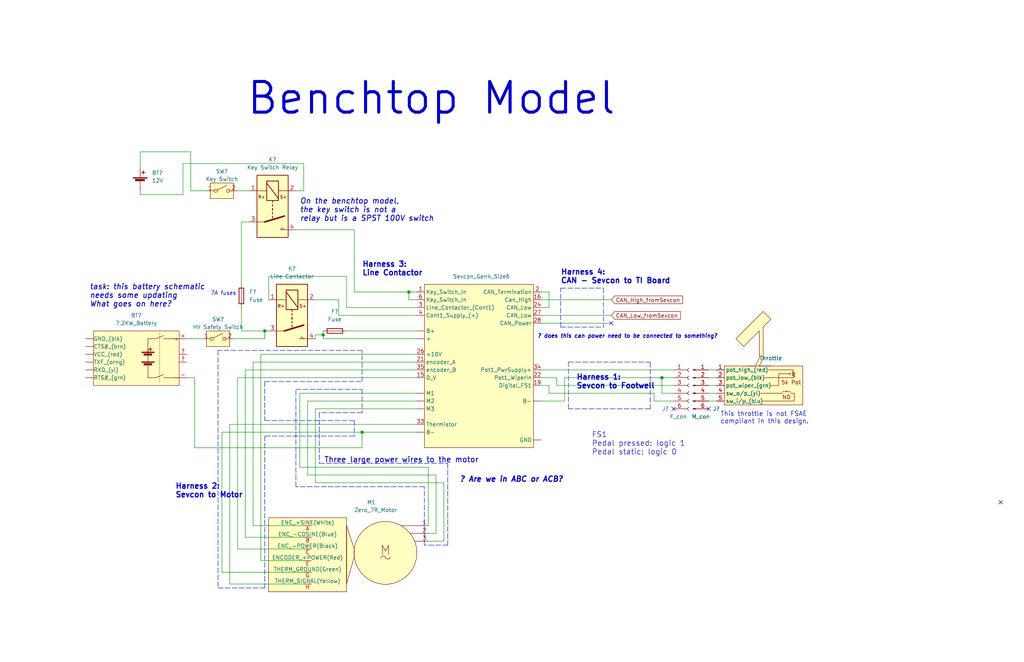
<source format=kicad_sch>
(kicad_sch (version 20211123) (generator eeschema)
  (paper "User" 334.01 216.002)
  (title_block (title "Tractive System") (date "2023-03-03"))
  (lib_symbols
    (symbol "CamachosSymbols:7.2KW_Battery" (pin_names (offset 0.002))
      (property "Reference" "BT?" (at -7.62 12.7 0))
      (property "Value" "7.2KW_Battery" (at -7.62 10.16 0))
      (symbol "7.2KW_Battery_0_1"
        (rectangle (start -22.86 7.62) (end 5.08 -10.16) (fill (type background)))
        (rectangle (start -7.112 -2.413) (end -3.048 -2.667) (fill (type outline)))
        (rectangle (start -7.112 0.762) (end -3.048 0.508) (fill (type outline)))
        (rectangle (start -6.4008 -2.9972) (end -3.81 -3.5052) (fill (type outline)))
        (rectangle (start -6.4008 0.1778) (end -3.81 -0.3302) (fill (type outline)))
        (rectangle (start -5.08 0) (end -5.08 5.08))
        (rectangle (start -5.08 5.08) (end -2.54 5.08))
        (rectangle (start 0 -7.62) (end 5.08 -7.62))
        (polyline (pts (xy -5.08 -2.54) (xy -5.08 -0.254)))
        (polyline (pts (xy -5.08 0.762) (xy -5.08 1.524)))
        (polyline (pts (xy -4.826 1.651) (xy -3.81 1.651)) (stroke (width 0.254)))
        (polyline (pts (xy -4.318 2.159) (xy -4.318 1.143)) (stroke (width 0.254)))
        (polyline (pts (xy -2.54 -7.62) (xy 0 -6.604)))
        (polyline (pts (xy -2.54 5.08) (xy 0 6.096)))
        (polyline (pts (xy -1.27 -8.636) (xy -1.27 -8.89)))
        (polyline (pts (xy -1.27 -7.874) (xy -1.27 -8.128)))
        (polyline (pts (xy -1.27 -7.112) (xy -1.27 -7.366)))
        (polyline (pts (xy -1.27 -6.35) (xy -1.27 -6.604)))
        (polyline (pts (xy -1.27 -5.588) (xy -1.27 -5.842)))
        (polyline (pts (xy -1.27 -4.826) (xy -1.27 -5.08)))
        (polyline (pts (xy -1.27 -4.064) (xy -1.27 -4.318)))
        (polyline (pts (xy -1.27 -3.302) (xy -1.27 -3.556)))
        (polyline (pts (xy -1.27 -2.54) (xy -1.27 -2.794)))
        (polyline (pts (xy -1.27 -1.778) (xy -1.27 -2.032)))
        (polyline (pts (xy -1.27 -1.016) (xy -1.27 -1.27)))
        (polyline (pts (xy -1.27 -0.254) (xy -1.27 -0.508)))
        (polyline (pts (xy -1.27 0.508) (xy -1.27 0.254)))
        (polyline (pts (xy -1.27 1.27) (xy -1.27 1.016)))
        (polyline (pts (xy -1.27 2.032) (xy -1.27 1.778)))
        (polyline (pts (xy -1.27 2.794) (xy -1.27 2.54)))
        (polyline (pts (xy -1.27 3.556) (xy -1.27 3.302)))
        (polyline (pts (xy -1.27 4.318) (xy -1.27 4.064)))
        (polyline (pts (xy -1.27 5.08) (xy -1.27 4.826)))
        (polyline (pts (xy -1.27 5.842) (xy -1.27 5.588)))
        (polyline (pts (xy -1.27 6.604) (xy -1.27 6.35)))
        (polyline (pts (xy -5.08 -3.556) (xy -5.08 -7.62) (xy -2.54 -7.62)))
        (rectangle (start 0 5.08) (end 5.08 5.08))
      )
      (symbol "7.2KW_Battery_1_1"
        (pin passive line (at -25.4 2.54 0) (length 2.54) (name "CTS#_(brn)") (number ""))
        (pin passive line (at -25.4 5.08 0) (length 2.54) (name "GND_(blk)") (number ""))
        (pin passive line (at -25.4 -7.62 0) (length 2.54) (name "RTS#_(grn)") (number ""))
        (pin passive line (at -25.4 -5.08 0) (length 2.54) (name "RXD_(yl)") (number ""))
        (pin passive line (at -25.4 -2.54 0) (length 2.54) (name "TXF_(orng)") (number ""))
        (pin passive line (at -25.4 0 0) (length 2.54) (name "VCC_(red)") (number ""))
        (pin passive line (at 7.62 5.08 180) (length 2.54) (name "+") (number "+"))
        (pin passive line (at 7.62 -7.62 180) (length 2.54) (name "-") (number "-"))
        (pin passive line (at 7.62 -2.54 180) (length 2.54) (name "") (number "?"))
        (pin passive line (at 7.62 0 180) (length 2.54) (name "") (number "?"))
      )
    )
    (symbol "CamachosSymbols:SW_SPST" (pin_names (offset 0) hide)
      (property "Reference" "SW" (at 0 3.175 0))
      (property "Value" "SW_SPST" (at 0 -2.54 0))
      (symbol "SW_SPST_0_0"
        (circle (center -2.032 0) (radius 0.508))
        (polyline (pts (xy -1.524 0.254) (xy 1.524 1.778)))
        (circle (center 2.032 0) (radius 0.508))
      )
      (symbol "SW_SPST_0_1"
        (rectangle (start -3.81 2.54) (end 3.81 -2.54) (fill (type background)))
      )
      (symbol "SW_SPST_1_1"
        (pin passive line (at -5.08 0 0) (length 2.54) (name "A") (number "1"))
        (pin passive line (at 5.08 0 180) (length 2.54) (name "B") (number "2"))
      )
    )
    (symbol "CamachosSymbols:Sevcon_Gen4_Size6"
      (property "Value" "Sevcon_Gen4_Size6" (at 10.16 17.78 0))
      (symbol "Sevcon_Gen4_Size6_0_1"
        (rectangle (start -17.78 15.24) (end 17.78 -38.1) (fill (type background)))
      )
      (symbol "Sevcon_Gen4_Size6_1_1"
        (pin passive line (at -20.32 -2.54 0) (length 2.54) (name "+") (number ""))
        (pin passive line (at -20.32 0 0) (length 2.54) (name "B+") (number ""))
        (pin passive line (at -20.32 -33.02 0) (length 2.54) (name "B-") (number ""))
        (pin passive line (at 20.32 -22.86 180) (length 2.54) (name "B-") (number ""))
        (pin passive line (at 20.32 -35.56 180) (length 2.54) (name "GND") (number ""))
        (pin passive line (at -20.32 -20.32 0) (length 2.54) (name "M1") (number ""))
        (pin passive line (at -20.32 -22.86 0) (length 2.54) (name "M2") (number ""))
        (pin passive line (at -20.32 -25.4 0) (length 2.54) (name "M3") (number ""))
        (pin passive line (at -20.32 12.7 0) (length 2.54) (name "Key_Switch_In") (number "1"))
        (pin passive line (at -20.32 -15.24 0) (length 2.54) (name "0_V") (number "15"))
        (pin passive line (at 20.32 10.16 180) (length 2.54) (name "Can_High") (number "16"))
        (pin passive line (at 20.32 -17.78 180) (length 2.54) (name "Digital_FS1") (number "19"))
        (pin passive line (at 20.32 12.7 180) (length 2.54) (name "CAN_Termination") (number "2"))
        (pin passive line (at -20.32 -10.16 0) (length 2.54) (name "encoder_A") (number "21"))
        (pin passive line (at 20.32 -15.24 180) (length 2.54) (name "Pot1_WiperIn") (number "22"))
        (pin passive line (at 20.32 7.62 180) (length 2.54) (name "CAN_Low") (number "24"))
        (pin passive line (at -20.32 -7.62 0) (length 2.54) (name "+10V") (number "26"))
        (pin passive line (at 20.32 5.08 180) (length 2.54) (name "CAN_Low") (number "27"))
        (pin passive line (at 20.32 2.54 180) (length 2.54) (name "CAN_Power") (number "28"))
        (pin passive line (at -20.32 7.62 0) (length 2.54) (name "Line_Contactor_(Cont1)") (number "3"))
        (pin passive line (at -20.32 -30.48 0) (length 2.54) (name "Thermistor") (number "33"))
        (pin passive line (at 20.32 -12.7 180) (length 2.54) (name "Pot1_PwrSupply+") (number "34"))
        (pin passive line (at -20.32 -12.7 0) (length 2.54) (name "encoder_B") (number "35"))
        (pin passive line (at -20.32 5.08 0) (length 2.54) (name "Cont1_Supply_(+)") (number "4"))
        (pin passive line (at -20.32 10.16 0) (length 2.54) (name "Key_Switch_In") (number "6"))
      )
    )
    (symbol "CamachosSymbols:Throttle"
      (property "Value" "Throttle" (at 12.7 11.43 0))
      (symbol "Throttle_0_0"
        (text "5k Pot" (at 14.224 -2.794 0) (effects (font (size 1.27 1.27))))
        (text "NO" (at 12.7 -7.62 0) (effects (font (size 1.27 1.27))))
      )
      (symbol "Throttle_0_1"
        (rectangle (start -7.62 2.54) (end 18.034 -10.16) (fill (type background)))
        (polyline (pts (xy 4.318 -6.35) (xy 11.43 -6.35)))
        (polyline (pts (xy 5.08 -8.89) (xy 11.43 -8.89)))
        (polyline (pts (xy 11.43 -6.35) (xy 11.43 -6.35)))
        (polyline (pts (xy 11.43 -5.842) (xy 13.97 -5.842)))
        (polyline (pts (xy 12.7 -5.842) (xy 12.7 -5.334)))
        (polyline (pts (xy 13.716 0.254) (xy 13.97 0) (xy 13.716 -0.254)))
        (polyline (pts (xy 7.62 -3.81) (xy 10.16 -3.81) (xy 10.16 0) (xy 13.97 0)))
        (polyline (pts (xy 11.43 -8.89) (xy 15.24 -8.89) (xy 15.24 -6.35) (xy 13.97 -6.35)))
        (polyline (pts (xy 6.858 1.27) (xy 14.986 1.27) (xy 14.986 0.762) (xy 14.478 0.508) (xy 15.494 0.254) (xy 14.478 0) (xy 15.494 -0.254) (xy 14.478 -0.508) (xy 15.494 -0.762) (xy 14.986 -1.016) (xy 14.986 -1.27) (xy 5.588 -1.27)))
        (polyline (pts (xy 0 2.54) (xy 2.54 2.54) (xy 3.81 5.08) (xy 3.81 11.43) (xy 3.81 13.97) (xy -1.27 8.89) (xy -3.81 11.43) (xy 5.08 20.32) (xy 7.62 17.78) (xy 5.08 15.24) (xy 5.08 5.08) (xy 3.81 2.54) (xy 6.35 2.54) (xy 7.62 2.54)) (fill (type background)))
      )
      (symbol "Throttle_1_1"
        (pin passive line (at -10.16 1.27 0) (length 2.54) (name "pot_high_(red)") (number "1"))
        (pin passive line (at -10.16 -1.27 0) (length 2.54) (name "pot_low_(blk)") (number "2"))
        (pin passive line (at -10.16 -3.81 0) (length 2.54) (name "pot_wiper_(grn)") (number "3"))
        (pin passive line (at -10.16 -6.35 0) (length 2.54) (name "sw_o/p_(yl)") (number "4"))
        (pin passive line (at -10.16 -8.89 0) (length 2.54) (name "sw_i/p_(blu)") (number "5"))
      )
    )
    (symbol "CamachosSymbols:Zero_7R_Motor" (pin_names (offset 0))
      (property "Reference" "M?" (at -0.635 16.51 0))
      (property "Value" "Zero_7R_Motor" (at -0.635 13.97 0))
      (symbol "Zero_7R_Motor_0_0"
        (polyline (pts (xy 3.556 -0.508) (xy 3.556 2.54) (xy 2.54 0.508) (xy 1.524 2.54) (xy 1.524 -0.508)))
        (arc (start 2.54 -1.524) (mid 1.6743 -1.0287) (end 1.016 -1.778))
        (arc (start 2.54 -1.524) (mid 3.4022 -1.9982) (end 4.064 -1.27))
      )
      (symbol "Zero_7R_Motor_0_1"
        (rectangle (start -35.56 11.43) (end -10.16 -12.7) (fill (type background)))
        (polyline (pts (xy 13.97 3.81) (xy 12.065 3.81)))
        (polyline (pts (xy 13.97 8.89) (xy 7.62 8.89)))
        (polyline (pts (xy -10.16 8.89) (xy -10.16 -10.16) (xy -7.62 -1.27)) (fill (type background)))
        (polyline (pts (xy -10.16 8.89) (xy -7.62 1.27) (xy -7.62 -1.27)) (fill (type background)))
        (polyline (pts (xy 13.97 6.35) (xy 10.5664 6.35) (xy 10.6172 6.3246)))
        (circle (center 2.54 0) (radius 10.2391) (fill (type background)))
      )
      (symbol "Zero_7R_Motor_1_1"
        (pin passive line (at 16.51 8.89 180) (length 2.54) (name "~") (number "1"))
        (pin passive line (at 16.51 6.35 180) (length 2.54) (name "~") (number "2"))
        (pin passive line (at 16.51 3.81 180) (length 2.54) (name "~") (number "3"))
        (pin passive line (at -24.13 8.89 0) (length 2.54) (name "ENC_+SINE(White)") (number "A"))
        (pin passive line (at -24.13 5.08 0) (length 2.54) (name "ENC_-COSINE(Blue)") (number "B"))
        (pin passive line (at -24.13 1.27 0) (length 2.54) (name "ENC_-POWER(Black)") (number "C"))
        (pin passive line (at -24.13 -2.54 0) (length 2.54) (name "ENCODER_+POWER(Red)") (number "E"))
        (pin passive line (at -24.13 -6.35 0) (length 2.54) (name "THERM_GROUND(Green)") (number "G"))
        (pin passive line (at -24.13 -10.16 0) (length 2.54) (name "THERM_SIGNAL(Yellow)") (number "H"))
      )
    )
    (symbol "Connector:Conn_01x06_Female" (pin_names (offset 1.016) hide)
      (property "Reference" "J" (at 0 7.62 0))
      (property "Value" "Conn_01x06_Female" (at 0 -10.16 0))
      (symbol "Conn_01x06_Female_1_1"
        (arc (start 0 -7.112) (mid -0.508 -7.62) (end 0 -8.128) (stroke (width 0.1524)))
        (arc (start 0 -4.572) (mid -0.508 -5.08) (end 0 -5.588) (stroke (width 0.1524)))
        (arc (start 0 -2.032) (mid -0.508 -2.54) (end 0 -3.048) (stroke (width 0.1524)))
        (polyline (pts (xy -1.27 -7.62) (xy -0.508 -7.62)) (stroke (width 0.1524)))
        (polyline (pts (xy -1.27 -5.08) (xy -0.508 -5.08)) (stroke (width 0.1524)))
        (polyline (pts (xy -1.27 -2.54) (xy -0.508 -2.54)) (stroke (width 0.1524)))
        (polyline (pts (xy -1.27 0) (xy -0.508 0)) (stroke (width 0.1524)))
        (polyline (pts (xy -1.27 2.54) (xy -0.508 2.54)) (stroke (width 0.1524)))
        (polyline (pts (xy -1.27 5.08) (xy -0.508 5.08)) (stroke (width 0.1524)))
        (arc (start 0 0.508) (mid -0.508 0) (end 0 -0.508) (stroke (width 0.1524)))
        (arc (start 0 3.048) (mid -0.508 2.54) (end 0 2.032) (stroke (width 0.1524)))
        (arc (start 0 5.588) (mid -0.508 5.08) (end 0 4.572) (stroke (width 0.1524)))
        (pin passive line (at -5.08 5.08 0) (length 3.81) (name "Pin_1") (number "1"))
        (pin passive line (at -5.08 2.54 0) (length 3.81) (name "Pin_2") (number "2"))
        (pin passive line (at -5.08 0 0) (length 3.81) (name "Pin_3") (number "3"))
        (pin passive line (at -5.08 -2.54 0) (length 3.81) (name "Pin_4") (number "4"))
        (pin passive line (at -5.08 -5.08 0) (length 3.81) (name "Pin_5") (number "5"))
        (pin passive line (at -5.08 -7.62 0) (length 3.81) (name "Pin_6") (number "6"))
      )
    )
    (symbol "Connector:Conn_01x06_Male" (pin_names (offset 1.016) hide)
      (property "Reference" "J" (at 0 7.62 0))
      (property "Value" "Conn_01x06_Male" (at 0 -10.16 0))
      (symbol "Conn_01x06_Male_1_1"
        (polyline (pts (xy 1.27 -7.62) (xy 0.8636 -7.62)) (stroke (width 0.1524)))
        (polyline (pts (xy 1.27 -5.08) (xy 0.8636 -5.08)) (stroke (width 0.1524)))
        (polyline (pts (xy 1.27 -2.54) (xy 0.8636 -2.54)) (stroke (width 0.1524)))
        (polyline (pts (xy 1.27 0) (xy 0.8636 0)) (stroke (width 0.1524)))
        (polyline (pts (xy 1.27 2.54) (xy 0.8636 2.54)) (stroke (width 0.1524)))
        (polyline (pts (xy 1.27 5.08) (xy 0.8636 5.08)) (stroke (width 0.1524)))
        (rectangle (start 0.8636 -7.493) (end 0 -7.747) (stroke (width 0.1524)) (fill (type outline)))
        (rectangle (start 0.8636 -4.953) (end 0 -5.207) (stroke (width 0.1524)) (fill (type outline)))
        (rectangle (start 0.8636 -2.413) (end 0 -2.667) (stroke (width 0.1524)) (fill (type outline)))
        (rectangle (start 0.8636 0.127) (end 0 -0.127) (stroke (width 0.1524)) (fill (type outline)))
        (rectangle (start 0.8636 2.667) (end 0 2.413) (stroke (width 0.1524)) (fill (type outline)))
        (rectangle (start 0.8636 5.207) (end 0 4.953) (stroke (width 0.1524)) (fill (type outline)))
        (pin passive line (at 5.08 5.08 180) (length 3.81) (name "Pin_1") (number "1"))
        (pin passive line (at 5.08 2.54 180) (length 3.81) (name "Pin_2") (number "2"))
        (pin passive line (at 5.08 0 180) (length 3.81) (name "Pin_3") (number "3"))
        (pin passive line (at 5.08 -2.54 180) (length 3.81) (name "Pin_4") (number "4"))
        (pin passive line (at 5.08 -5.08 180) (length 3.81) (name "Pin_5") (number "5"))
        (pin passive line (at 5.08 -7.62 180) (length 3.81) (name "Pin_6") (number "6"))
      )
    )
    (symbol "Device:Battery_Cell" (pin_numbers hide) (pin_names (offset 0) hide)
      (property "Reference" "BT" (at 2.54 2.54 0))
      (property "Value" "Battery_Cell" (at 2.54 0 0))
      (symbol "Battery_Cell_0_1"
        (rectangle (start -2.286 1.778) (end 2.286 1.524) (fill (type outline)))
        (rectangle (start -1.5748 1.1938) (end 1.4732 0.6858) (fill (type outline)))
        (polyline (pts (xy 0 0.762) (xy 0 0)))
        (polyline (pts (xy 0 1.778) (xy 0 2.54)))
        (polyline (pts (xy 0.508 3.429) (xy 1.524 3.429)) (stroke (width 0.254)))
        (polyline (pts (xy 1.016 3.937) (xy 1.016 2.921)) (stroke (width 0.254)))
      )
      (symbol "Battery_Cell_1_1"
        (pin passive line (at 0 5.08 270) (length 2.54) (name "+") (number "1"))
        (pin passive line (at 0 -2.54 90) (length 2.54) (name "-") (number "2"))
      )
    )
    (symbol "Device:Fuse" (pin_numbers hide) (pin_names (offset 0))
      (property "Reference" "F" (at 2.032 0 90))
      (property "Value" "Fuse" (at -1.905 0 90))
      (symbol "Fuse_0_1"
        (rectangle (start -0.762 -2.54) (end 0.762 2.54) (stroke (width 0.254)))
        (polyline (pts (xy 0 2.54) (xy 0 -2.54)))
      )
      (symbol "Fuse_1_1"
        (pin passive line (at 0 3.81 270) (length 1.27) (name "~") (number "1"))
        (pin passive line (at 0 -3.81 90) (length 1.27) (name "~") (number "2"))
      )
    )
    (symbol "Relay:ADW11"
      (property "Reference" "K?" (at -2.54 15.24 0))
      (property "Value" "Line Contactor" (at 1.27 12.7 0))
      (symbol "ADW11_1_1"
        (polyline (pts (xy -3.81 6.35) (xy -0.635 6.35)))
        (polyline (pts (xy -1.27 -3.81) (xy -3.81 -3.81)))
        (polyline (pts (xy -1.27 -3.81) (xy 5.08 -1.905)) (stroke (width 0.508)))
        (polyline (pts (xy -0.635 8.89) (xy 3.175 3.81)) (stroke (width 0.254)))
        (polyline (pts (xy 1.27 -1.905) (xy 1.27 -2.54)) (stroke (width 0.254)))
        (polyline (pts (xy 1.27 -0.635) (xy 1.27 -1.27)) (stroke (width 0.254)))
        (polyline (pts (xy 1.27 0.635) (xy 1.27 0)) (stroke (width 0.254)))
        (polyline (pts (xy 1.27 0.635) (xy 1.27 0)) (stroke (width 0.254)))
        (polyline (pts (xy 1.27 1.905) (xy 1.27 1.27)) (stroke (width 0.254)))
        (polyline (pts (xy 1.27 3.175) (xy 1.27 2.54)) (stroke (width 0.254)))
        (polyline (pts (xy 5.08 -6.35) (xy 6.35 -6.35)))
        (polyline (pts (xy 6.35 6.35) (xy 3.175 6.35)))
        (polyline (pts (xy 5.08 -6.35) (xy 3.81 -6.35) (xy 4.445 -5.715) (xy 5.08 -6.35)))
        (rectangle (start 3.175 9.525) (end -0.635 3.175) (stroke (width 0.254)))
        (rectangle (start 6.35 11.43) (end -3.81 -8.89) (stroke (width 0.254)) (fill (type background)))
        (text "R+" (at -2.286 4.318 0) (effects (font (size 1.016 1.016))))
        (text "S+" (at 4.826 4.318 0) (effects (font (size 1.016 1.016))))
        (pin passive line (at -6.35 6.35 0) (length 2.54) (name "~") (number "1"))
        (pin passive line (at 8.89 6.35 180) (length 2.54) (name "~") (number "2"))
        (pin passive line (at -6.35 -3.81 0) (length 2.54) (name "~") (number "3"))
        (pin passive line (at 8.89 -6.35 180) (length 2.54) (name "~") (number "4"))
      )
    )
  )
  (junction (at 133.35 95.25))
  (junction (at 86.36 107.95))
  (junction (at 105.41 109.22))
  (junction (at 215.9 123.19))
  (junction (at 118.11 140.97))
  (no_connect (at 231.14 133.35))
  (no_connect (at 326.39 163.83))
  (no_connect (at 199.39 105.41))
  (no_connect (at 219.71 133.35))
  (wire (pts (xy 102.87 109.22) (xy 105.41 109.22)))
  (wire (pts (xy 72.39 140.97) (xy 72.39 186.69)))
  (wire (pts (xy 142.24 154.94) (xy 100.33 154.94)))
  (wire (pts (xy 176.53 120.65) (xy 219.71 120.65)))
  (wire (pts (xy 102.87 97.79) (xy 110.49 97.79)))
  (wire (pts (xy 63.5 146.05) (xy 118.11 146.05)))
  (wire (pts (xy 62.23 49.53) (xy 45.72 49.53)))
  (wire (pts (xy 135.89 130.81) (xy 100.33 130.81)))
  (polyline (pts (xy 86.36 137.16) (xy 115.57 137.16)))
  (wire (pts (xy 113.03 107.95) (xy 135.89 107.95)))
  (wire (pts (xy 77.47 123.19) (xy 77.47 179.07)))
  (wire (pts (xy 59.69 53.34) (xy 59.69 63.5)))
  (wire (pts (xy 142.24 173.99) (xy 142.24 154.94)))
  (wire (pts (xy 184.15 123.19) (xy 184.15 130.81)))
  (wire (pts (xy 82.55 118.11) (xy 82.55 171.45)))
  (wire (pts (xy 113.03 100.33) (xy 113.03 90.17)))
  (wire (pts (xy 86.36 110.49) (xy 86.36 107.95)))
  (polyline (pts (xy 118.11 124.46) (xy 118.11 114.3)))
  (wire (pts (xy 86.36 107.95) (xy 87.63 107.95)))
  (wire (pts (xy 78.74 92.71) (xy 78.74 72.39)))
  (polyline (pts (xy 96.52 127) (xy 118.11 127)))
  (wire (pts (xy 139.7 171.45) (xy 139.7 152.4)))
  (wire (pts (xy 80.01 120.65) (xy 80.01 175.26)))
  (wire (pts (xy 215.9 123.19) (xy 215.9 128.27)))
  (wire (pts (xy 135.89 138.43) (xy 74.93 138.43)))
  (polyline (pts (xy 115.57 137.16) (xy 115.57 142.24)))
  (wire (pts (xy 80.01 175.26) (xy 99.06 175.26)))
  (wire (pts (xy 135.89 123.19) (xy 77.47 123.19)))
  (wire (pts (xy 139.7 176.53) (xy 144.78 176.53)))
  (polyline (pts (xy 146.05 151.13) (xy 146.05 177.8)))
  (polyline (pts (xy 185.42 118.11) (xy 212.09 118.11)))
  (wire (pts (xy 213.36 128.27) (xy 213.36 130.81)))
  (wire (pts (xy 77.47 62.23) (xy 81.28 62.23)))
  (polyline (pts (xy 71.12 191.77) (xy 86.36 191.77)))
  (polyline (pts (xy 185.42 133.35) (xy 185.42 118.11)))
  (wire (pts (xy 99.06 186.69) (xy 72.39 186.69)))
  (wire (pts (xy 67.31 62.23) (xy 62.23 62.23)))
  (wire (pts (xy 176.53 100.33) (xy 179.07 100.33)))
  (wire (pts (xy 80.01 120.65) (xy 135.89 120.65)))
  (wire (pts (xy 97.79 128.27) (xy 135.89 128.27)))
  (wire (pts (xy 176.53 125.73) (xy 179.07 125.73)))
  (wire (pts (xy 219.71 123.19) (xy 215.9 123.19)))
  (wire (pts (xy 102.87 133.35) (xy 102.87 157.48)))
  (wire (pts (xy 139.7 173.99) (xy 142.24 173.99)))
  (wire (pts (xy 105.41 109.22) (xy 105.41 107.95)))
  (polyline (pts (xy 118.11 127) (xy 118.11 134.62)))
  (wire (pts (xy 99.06 53.34) (xy 59.69 53.34)))
  (wire (pts (xy 45.72 49.53) (xy 45.72 54.61)))
  (polyline (pts (xy 104.14 134.62) (xy 104.14 151.13)))
  (wire (pts (xy 219.71 128.27) (xy 215.9 128.27)))
  (wire (pts (xy 231.14 130.81) (xy 233.68 130.81)))
  (wire (pts (xy 74.93 138.43) (xy 74.93 190.5)))
  (wire (pts (xy 78.74 107.95) (xy 78.74 100.33)))
  (polyline (pts (xy 212.09 118.11) (xy 212.09 133.35)))
  (polyline (pts (xy 86.36 124.46) (xy 86.36 137.16)))
  (wire (pts (xy 45.72 63.5) (xy 45.72 62.23)))
  (wire (pts (xy 144.78 157.48) (xy 102.87 157.48)))
  (wire (pts (xy 82.55 171.45) (xy 99.06 171.45)))
  (wire (pts (xy 176.53 105.41) (xy 199.39 105.41)))
  (wire (pts (xy 77.47 179.07) (xy 99.06 179.07)))
  (polyline (pts (xy 138.43 177.8) (xy 138.43 158.75)))
  (polyline (pts (xy 86.36 124.46) (xy 118.11 124.46)))
  (wire (pts (xy 135.89 95.25) (xy 133.35 95.25)))
  (wire (pts (xy 231.14 125.73) (xy 233.68 125.73)))
  (wire (pts (xy 231.14 120.65) (xy 233.68 120.65)))
  (wire (pts (xy 176.53 102.87) (xy 199.39 102.87)))
  (wire (pts (xy 102.87 110.49) (xy 102.87 109.22)))
  (wire (pts (xy 76.2 110.49) (xy 86.36 110.49)))
  (polyline (pts (xy 212.09 133.35) (xy 185.42 133.35)))
  (wire (pts (xy 87.63 90.17) (xy 87.63 97.79)))
  (polyline (pts (xy 196.85 93.98) (xy 196.85 106.68)))
  (wire (pts (xy 74.93 190.5) (xy 99.06 190.5)))
  (polyline (pts (xy 182.88 93.98) (xy 196.85 93.98)))
  (wire (pts (xy 139.7 152.4) (xy 97.79 152.4)))
  (wire (pts (xy 97.79 152.4) (xy 97.79 128.27)))
  (wire (pts (xy 179.07 95.25) (xy 179.07 100.33)))
  (wire (pts (xy 96.52 62.23) (xy 99.06 62.23)))
  (polyline (pts (xy 104.14 151.13) (xy 146.05 151.13)))
  (wire (pts (xy 85.09 115.57) (xy 85.09 182.88)))
  (wire (pts (xy 184.15 130.81) (xy 176.53 130.81)))
  (wire (pts (xy 135.89 140.97) (xy 118.11 140.97)))
  (wire (pts (xy 102.87 133.35) (xy 135.89 133.35)))
  (wire (pts (xy 115.57 74.93) (xy 96.52 74.93)))
  (wire (pts (xy 118.11 140.97) (xy 118.11 146.05)))
  (wire (pts (xy 181.61 123.19) (xy 181.61 125.73)))
  (polyline (pts (xy 146.05 177.8) (xy 138.43 177.8)))
  (wire (pts (xy 135.89 118.11) (xy 82.55 118.11)))
  (wire (pts (xy 181.61 125.73) (xy 219.71 125.73)))
  (wire (pts (xy 176.53 123.19) (xy 181.61 123.19)))
  (polyline (pts (xy 115.57 142.24) (xy 86.36 142.24)))
  (wire (pts (xy 100.33 154.94) (xy 100.33 130.81)))
  (polyline (pts (xy 86.36 142.24) (xy 86.36 191.77)))
  (wire (pts (xy 113.03 90.17) (xy 87.63 90.17)))
  (wire (pts (xy 213.36 130.81) (xy 219.71 130.81)))
  (wire (pts (xy 176.53 95.25) (xy 179.07 95.25)))
  (polyline (pts (xy 138.43 158.75) (xy 96.52 158.75)))
  (wire (pts (xy 59.69 63.5) (xy 45.72 63.5)))
  (polyline (pts (xy 96.52 158.75) (xy 96.52 127)))
  (polyline (pts (xy 118.11 134.62) (xy 104.14 134.62)))
  (wire (pts (xy 110.49 97.79) (xy 110.49 102.87)))
  (wire (pts (xy 99.06 62.23) (xy 99.06 53.34)))
  (wire (pts (xy 63.5 123.19) (xy 63.5 146.05)))
  (wire (pts (xy 105.41 110.49) (xy 135.89 110.49)))
  (wire (pts (xy 231.14 128.27) (xy 233.68 128.27)))
  (wire (pts (xy 72.39 140.97) (xy 118.11 140.97)))
  (wire (pts (xy 176.53 97.79) (xy 199.39 97.79)))
  (wire (pts (xy 133.35 95.25) (xy 133.35 97.79)))
  (wire (pts (xy 62.23 62.23) (xy 62.23 49.53)))
  (wire (pts (xy 110.49 102.87) (xy 135.89 102.87)))
  (wire (pts (xy 135.89 97.79) (xy 133.35 97.79)))
  (wire (pts (xy 85.09 182.88) (xy 99.06 182.88)))
  (wire (pts (xy 231.14 123.19) (xy 233.68 123.19)))
  (polyline (pts (xy 118.11 114.3) (xy 71.12 114.3)))
  (wire (pts (xy 105.41 110.49) (xy 105.41 109.22)))
  (wire (pts (xy 60.96 110.49) (xy 66.04 110.49)))
  (wire (pts (xy 135.89 100.33) (xy 113.03 100.33)))
  (wire (pts (xy 144.78 176.53) (xy 144.78 157.48)))
  (wire (pts (xy 184.15 123.19) (xy 215.9 123.19)))
  (wire (pts (xy 78.74 107.95) (xy 86.36 107.95)))
  (polyline (pts (xy 71.12 114.3) (xy 71.12 191.77)))
  (wire (pts (xy 78.74 72.39) (xy 81.28 72.39)))
  (wire (pts (xy 179.07 128.27) (xy 213.36 128.27)))
  (polyline (pts (xy 182.88 106.68) (xy 196.85 106.68)))
  (polyline (pts (xy 182.88 106.68) (xy 182.88 93.98)))
  (wire (pts (xy 63.5 123.19) (xy 60.96 123.19)))
  (wire (pts (xy 115.57 95.25) (xy 115.57 74.93)))
  (wire (pts (xy 179.07 125.73) (xy 179.07 128.27)))
  (wire (pts (xy 133.35 95.25) (xy 115.57 95.25)))
  (wire (pts (xy 135.89 115.57) (xy 85.09 115.57)))
  (text "Harness 3:\nLine Contactor" (at 118.11 90.17 0) (effects (font (size 1.75 1.75) (thickness 0.35) bold) (justify left bottom)))
  (text "Harness 4:\nCAN - Sevcon to TI Board" (at 182.88 92.71 0) (effects (font (size 1.75 1.75) (thickness 0.35) bold) (justify left bottom)))
  (text "Three large power wires to the motor" (at 156.21 151.13 180) (effects (font (size 1.75 1.75) (thickness 0.254) bold) (justify right bottom)))
  (text "Benchtop Model" (at 80.01 38.1 0) (effects (font (size 10 10) (thickness 1) bold) (justify left bottom)))
  (text "This throttle is not FSAE\ncompliant in this design." (at 234.95 138.43 0) (effects (font (size 1.5 1.5)) (justify left bottom)))
  (text "FS1\nPedal pressed: logic 1\nPedal static: logic 0" (at 193.04 148.59 0) (effects (font (size 1.75 1.75)) (justify left bottom)))
  (text "Harness 1:\nSevcon to Footwell" (at 187.96 127 0) (effects (font (size 1.75 1.75) (thickness 0.35) bold) (justify left bottom)))
  (text "7A fuses" (at 68.58 96.52 0) (effects (font (size 1.27 1.27) italic) (justify left bottom)))
  (text "Harness 2:\nSevcon to Motor" (at 57.15 162.56 0) (effects (font (size 1.75 1.75) (thickness 0.35) bold) (justify left bottom)))
  (text "? does this can power need to be connected to something?" (at 175.26 110.49 0) (effects (font (size 1.27 1.27) (thickness 0.254) bold italic) (justify left bottom)))
  (text "task: this battery schematic\nneeds some updating\nWhat goes on here?" (at 29.21 100.33 0) (effects (font (size 1.75 1.75) (thickness 0.254) bold italic) (justify left bottom)))
  (text "? Are we in ABC or ACB?" (at 149.86 157.48 0) (effects (font (size 1.75 1.75) bold italic) (justify left bottom)))
  (text "On the benchtop model,\nthe key switch is not a\nrelay but is a SPST 100V switch" (at 97.79 72.39 0) (effects (font (size 1.75 1.75) (thickness 0.254) bold italic) (justify left bottom)))
  (global_label "CAN_Low_fromSevcon" (shape input) (at 199.39 102.87 0) (property "Intersheet References" "${INTERSHEET_REFS}" (effects hide)))
  (global_label "CAN_High_fromSevcon" (shape input) (at 199.39 97.79 0) (property "Intersheet References" "${INTERSHEET_REFS}" (effects hide)))
  (symbol (lib_id "CamachosSymbols:Throttle") (at 243.84 121.92 0) (unit 1)
    (property "Reference" "U?" (effects hide))
    (property "Value" "Throttle" (at 247.65 116.84 0) (effects (justify left)))
  )
  (symbol (lib_id "CamachosSymbols:Zero_7R_Motor") (at 123.19 180.34 0) (unit 1)
    (property "Reference" "M1" (at 122.555 163.83 0) (effects (justify right)))
    (property "Value" "Zero_7R_Motor" (at 122.555 166.37 0))
  )
  (symbol (lib_id "CamachosSymbols:Sevcon_Gen4_Size6") (at 156.21 107.95 0) (unit 1)
    (property "Reference" "U?" (effects hide))
    (property "Value" "Sevcon_Gen4_Size6" (at 166.37 90.17 0) (effects (justify right)))
  )
  (symbol (lib_id "CamachosSymbols:SW_SPST") (at 72.39 62.23 0) (unit 1)
    (property "Reference" "SW?" (at 72.39 55.88 0))
    (property "Value" "Key Switch" (at 72.39 58.42 0))
  )
  (symbol (lib_id "CamachosSymbols:SW_SPST") (at 71.12 110.49 0) (unit 1)
    (property "Reference" "SW?" (at 71.12 104.14 0))
    (property "Value" "HV Safety Switch" (at 71.12 106.68 0))
  )
  (symbol (lib_id "Relay:ADW11") (at 87.63 68.58 0) (unit 1)
    (property "Reference" "K?" (at 88.9 52.07 0))
    (property "Value" "Key Switch Relay" (at 88.9 54.61 0))
    (property "Footprint" "Relay_THT:Relay_1P1T_NO_10x24x18.8mm_Panasonic_ADW11xxxxW_THT" (effects hide))
    (property "Datasheet" "https://www.panasonic-electric-works.com/pew/es/downloads/ds_dw_hl_en.pdf" (effects hide))
  )
  (symbol (lib_id "Device:Battery_Cell") (at 45.72 59.69 0) (unit 1)
    (property "Reference" "BT?" (at 49.53 56.3879 0) (effects (justify left)))
    (property "Value" "12V" (at 49.53 58.9279 0) (effects (justify left)))
  )
  (symbol (lib_id "CamachosSymbols:7.2KW_Battery") (at 53.34 115.57 0) (unit 1)
    (property "Reference" "BT?" (at 44.45 102.87 0))
    (property "Value" "7.2KW_Battery" (at 44.45 105.41 0))
  )
  (symbol (lib_id "Relay:ADW11") (at 93.98 104.14 0) (unit 1)
    (property "Reference" "K?" (at 95.25 87.63 0))
    (property "Value" "Line Contactor" (at 95.25 90.17 0))
    (property "Footprint" "Relay_THT:Relay_1P1T_NO_10x24x18.8mm_Panasonic_ADW11xxxxW_THT" (effects hide))
    (property "Datasheet" "https://www.panasonic-electric-works.com/pew/es/downloads/ds_dw_hl_en.pdf" (effects hide))
  )
  (symbol (lib_id "Device:Fuse") (at 109.22 107.95 90) (unit 1)
    (property "Reference" "F?" (at 109.22 101.6 90))
    (property "Value" "Fuse" (at 109.22 104.14 90))
  )
  (symbol (lib_id "Connector:Conn_01x06_Female") (at 224.79 125.73 0) (unit 1)
    (property "Reference" "J?" (at 215.9 133.35 0) (effects (justify left)))
    (property "Value" "F_con" (at 218.44 135.89 0) (effects (justify left)))
  )
  (symbol (lib_id "Connector:Conn_01x06_Male") (at 226.06 125.73 0) (unit 1)
    (property "Reference" "J?" (at 233.68 133.35 0))
    (property "Value" "M_con" (at 228.6 135.89 0))
  )
  (symbol (lib_id "Device:Fuse") (at 78.74 96.52 180) (unit 1)
    (property "Reference" "F?" (at 81.28 95.2499 0) (effects (justify right)))
    (property "Value" "Fuse" (at 81.28 97.7899 0) (effects (justify right)))
  )
)
</source>
